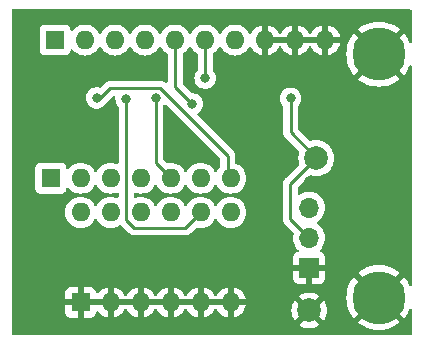
<source format=gbl>
%TF.GenerationSoftware,KiCad,Pcbnew,7.0.6-7.0.6~ubuntu22.04.1*%
%TF.CreationDate,2023-08-03T12:39:29-07:00*%
%TF.ProjectId,2r2_dac_r3,3272325f-6461-4635-9f72-332e6b696361,rev?*%
%TF.SameCoordinates,Original*%
%TF.FileFunction,Copper,L2,Bot*%
%TF.FilePolarity,Positive*%
%FSLAX46Y46*%
G04 Gerber Fmt 4.6, Leading zero omitted, Abs format (unit mm)*
G04 Created by KiCad (PCBNEW 7.0.6-7.0.6~ubuntu22.04.1) date 2023-08-03 12:39:29*
%MOMM*%
%LPD*%
G01*
G04 APERTURE LIST*
%TA.AperFunction,ComponentPad*%
%ADD10R,1.600000X1.600000*%
%TD*%
%TA.AperFunction,ComponentPad*%
%ADD11O,1.600000X1.600000*%
%TD*%
%TA.AperFunction,ComponentPad*%
%ADD12C,2.000000*%
%TD*%
%TA.AperFunction,ComponentPad*%
%ADD13C,4.500000*%
%TD*%
%TA.AperFunction,ComponentPad*%
%ADD14R,1.700000X1.700000*%
%TD*%
%TA.AperFunction,ComponentPad*%
%ADD15O,1.700000X1.700000*%
%TD*%
%TA.AperFunction,ViaPad*%
%ADD16C,0.800000*%
%TD*%
%TA.AperFunction,Conductor*%
%ADD17C,0.250000*%
%TD*%
G04 APERTURE END LIST*
D10*
%TO.P,RN2,1,common*%
%TO.N,+5V*%
X82452000Y-113016000D03*
D11*
%TO.P,RN2,2,R1*%
%TO.N,Net-(RN2-R1)*%
X84992000Y-113016000D03*
%TO.P,RN2,3,R2*%
%TO.N,Net-(RN2-R2)*%
X87532000Y-113016000D03*
%TO.P,RN2,4,R3*%
%TO.N,Net-(RN2-R3)*%
X90072000Y-113016000D03*
%TO.P,RN2,5,R4*%
%TO.N,Net-(RN2-R4)*%
X92612000Y-113016000D03*
%TO.P,RN2,6,R5*%
%TO.N,Net-(RN2-R5)*%
X95152000Y-113016000D03*
%TO.P,RN2,7,R6*%
%TO.N,Net-(RN2-R6)*%
X97692000Y-113016000D03*
%TD*%
D10*
%TO.P,SW1,1*%
%TO.N,GND*%
X84992000Y-123516000D03*
D11*
%TO.P,SW1,2*%
X87532000Y-123516000D03*
%TO.P,SW1,3*%
X90072000Y-123516000D03*
%TO.P,SW1,4*%
X92612000Y-123516000D03*
%TO.P,SW1,5*%
X95152000Y-123516000D03*
%TO.P,SW1,6*%
X97692000Y-123516000D03*
%TO.P,SW1,7*%
%TO.N,Net-(RN2-R6)*%
X97692000Y-115896000D03*
%TO.P,SW1,8*%
%TO.N,Net-(RN2-R5)*%
X95152000Y-115896000D03*
%TO.P,SW1,9*%
%TO.N,Net-(RN2-R4)*%
X92612000Y-115896000D03*
%TO.P,SW1,10*%
%TO.N,Net-(RN2-R3)*%
X90072000Y-115896000D03*
%TO.P,SW1,11*%
%TO.N,Net-(RN2-R2)*%
X87532000Y-115896000D03*
%TO.P,SW1,12*%
%TO.N,Net-(RN2-R1)*%
X84992000Y-115896000D03*
%TD*%
D10*
%TO.P,RN1,1,BIT_OUT*%
%TO.N,Net-(RN1-BIT_OUT)*%
X82812000Y-101316000D03*
D11*
%TO.P,RN1,2,MSB_1*%
%TO.N,Net-(RN1-MSB_1)*%
X85352000Y-101316000D03*
%TO.P,RN1,3,2*%
%TO.N,Net-(RN1-2)*%
X87892000Y-101316000D03*
%TO.P,RN1,4,R3*%
%TO.N,Net-(RN1-R3)*%
X90432000Y-101316000D03*
%TO.P,RN1,5,R4*%
%TO.N,Net-(RN1-R4)*%
X92972000Y-101316000D03*
%TO.P,RN1,6,R5*%
%TO.N,Net-(RN1-R5)*%
X95512000Y-101316000D03*
%TO.P,RN1,7,R6*%
%TO.N,Net-(RN1-R6)*%
X98052000Y-101316000D03*
%TO.P,RN1,8,R7*%
%TO.N,GND*%
X100592000Y-101316000D03*
%TO.P,RN1,9,R8*%
X103132000Y-101316000D03*
%TO.P,RN1,10,R10*%
X105672000Y-101316000D03*
%TD*%
D12*
%TO.P,DAC1,1,1*%
%TO.N,Net-(J1-Pin_2)*%
X104932000Y-111316000D03*
%TD*%
D13*
%TO.P,H2,1,1*%
%TO.N,GND*%
X110232000Y-102516000D03*
%TD*%
D12*
%TO.P,GND1,1,1*%
%TO.N,GND*%
X104332000Y-124216000D03*
%TD*%
D13*
%TO.P,H1,1,1*%
%TO.N,GND*%
X110232000Y-123116000D03*
%TD*%
D14*
%TO.P,J1,1,Pin_1*%
%TO.N,GND*%
X104332000Y-120596000D03*
D15*
%TO.P,J1,2,Pin_2*%
%TO.N,Net-(J1-Pin_2)*%
X104332000Y-118056000D03*
%TO.P,J1,3,Pin_3*%
%TO.N,+5V*%
X104332000Y-115516000D03*
%TD*%
D16*
%TO.N,GND*%
X97432000Y-108016000D03*
X81732000Y-109166000D03*
X93736625Y-109566000D03*
X104332000Y-113216000D03*
X94432000Y-120216000D03*
X100032000Y-114216000D03*
X81632000Y-105816000D03*
X94332000Y-103516000D03*
X82832000Y-117816000D03*
X96832000Y-105316000D03*
X99159500Y-104115500D03*
X86432000Y-120216000D03*
X85736625Y-107766000D03*
X107032000Y-105916000D03*
X104784500Y-108578500D03*
%TO.N,Net-(J1-Pin_2)*%
X102759500Y-106266000D03*
%TO.N,Net-(RN1-R4)*%
X94432000Y-106716000D03*
%TO.N,Net-(RN1-R5)*%
X95524299Y-104548299D03*
%TO.N,Net-(RN2-R4)*%
X91332000Y-106216000D03*
%TO.N,Net-(RN2-R5)*%
X88829125Y-106313125D03*
%TO.N,Net-(RN2-R6)*%
X86336625Y-106213500D03*
%TD*%
D17*
%TO.N,Net-(J1-Pin_2)*%
X102759500Y-106266000D02*
X102759500Y-109143500D01*
X102732000Y-113516000D02*
X102732000Y-116456000D01*
X102759500Y-109143500D02*
X104932000Y-111316000D01*
X102732000Y-116456000D02*
X104332000Y-118056000D01*
X104932000Y-111316000D02*
X102732000Y-113516000D01*
%TO.N,Net-(RN1-R4)*%
X92972000Y-105256000D02*
X94432000Y-106716000D01*
X92972000Y-101316000D02*
X92972000Y-105256000D01*
%TO.N,Net-(RN1-R5)*%
X95524299Y-104548299D02*
X95512000Y-104536000D01*
X95512000Y-104536000D02*
X95512000Y-101316000D01*
%TO.N,Net-(RN2-R4)*%
X91332000Y-106216000D02*
X91336625Y-106220625D01*
X91336625Y-111740625D02*
X92612000Y-113016000D01*
X91336625Y-106220625D02*
X91336625Y-111740625D01*
%TO.N,Net-(RN2-R5)*%
X95152000Y-115896000D02*
X93832000Y-117216000D01*
X89532000Y-117216000D02*
X88832000Y-116516000D01*
X93832000Y-117216000D02*
X89532000Y-117216000D01*
X88832000Y-116516000D02*
X88832000Y-106316000D01*
%TO.N,Net-(RN2-R6)*%
X97432000Y-111116000D02*
X97432000Y-112656000D01*
X97332000Y-111016000D02*
X97432000Y-111116000D01*
X97432000Y-112656000D02*
X97442000Y-112666000D01*
X87486625Y-105416000D02*
X91732000Y-105416000D01*
X91732000Y-105416000D02*
X97332000Y-111016000D01*
X86661625Y-106241000D02*
X87486625Y-105416000D01*
%TD*%
%TA.AperFunction,Conductor*%
%TO.N,GND*%
G36*
X87204359Y-123277955D02*
G01*
X87146835Y-123390852D01*
X87127014Y-123516000D01*
X87146835Y-123641148D01*
X87204359Y-123754045D01*
X87216314Y-123766000D01*
X85307686Y-123766000D01*
X85319641Y-123754045D01*
X85377165Y-123641148D01*
X85396986Y-123516000D01*
X85377165Y-123390852D01*
X85319641Y-123277955D01*
X85307686Y-123266000D01*
X87216314Y-123266000D01*
X87204359Y-123277955D01*
G37*
%TD.AperFunction*%
%TA.AperFunction,Conductor*%
G36*
X89744359Y-123277955D02*
G01*
X89686835Y-123390852D01*
X89667014Y-123516000D01*
X89686835Y-123641148D01*
X89744359Y-123754045D01*
X89756314Y-123766000D01*
X87847686Y-123766000D01*
X87859641Y-123754045D01*
X87917165Y-123641148D01*
X87936986Y-123516000D01*
X87917165Y-123390852D01*
X87859641Y-123277955D01*
X87847686Y-123266000D01*
X89756314Y-123266000D01*
X89744359Y-123277955D01*
G37*
%TD.AperFunction*%
%TA.AperFunction,Conductor*%
G36*
X92284359Y-123277955D02*
G01*
X92226835Y-123390852D01*
X92207014Y-123516000D01*
X92226835Y-123641148D01*
X92284359Y-123754045D01*
X92296314Y-123766000D01*
X90387686Y-123766000D01*
X90399641Y-123754045D01*
X90457165Y-123641148D01*
X90476986Y-123516000D01*
X90457165Y-123390852D01*
X90399641Y-123277955D01*
X90387686Y-123266000D01*
X92296314Y-123266000D01*
X92284359Y-123277955D01*
G37*
%TD.AperFunction*%
%TA.AperFunction,Conductor*%
G36*
X94824359Y-123277955D02*
G01*
X94766835Y-123390852D01*
X94747014Y-123516000D01*
X94766835Y-123641148D01*
X94824359Y-123754045D01*
X94836314Y-123766000D01*
X92927686Y-123766000D01*
X92939641Y-123754045D01*
X92997165Y-123641148D01*
X93016986Y-123516000D01*
X92997165Y-123390852D01*
X92939641Y-123277955D01*
X92927686Y-123266000D01*
X94836314Y-123266000D01*
X94824359Y-123277955D01*
G37*
%TD.AperFunction*%
%TA.AperFunction,Conductor*%
G36*
X97364359Y-123277955D02*
G01*
X97306835Y-123390852D01*
X97287014Y-123516000D01*
X97306835Y-123641148D01*
X97364359Y-123754045D01*
X97376314Y-123766000D01*
X95467686Y-123766000D01*
X95479641Y-123754045D01*
X95537165Y-123641148D01*
X95556986Y-123516000D01*
X95537165Y-123390852D01*
X95479641Y-123277955D01*
X95467686Y-123266000D01*
X97376314Y-123266000D01*
X97364359Y-123277955D01*
G37*
%TD.AperFunction*%
%TA.AperFunction,Conductor*%
G36*
X92161273Y-106761057D02*
G01*
X92211763Y-106791667D01*
X96762181Y-111342085D01*
X96795666Y-111403408D01*
X96798500Y-111429766D01*
X96798500Y-112007640D01*
X96778815Y-112074679D01*
X96762181Y-112095321D01*
X96685806Y-112171695D01*
X96554476Y-112359251D01*
X96534382Y-112402345D01*
X96488209Y-112454784D01*
X96421016Y-112473936D01*
X96354135Y-112453720D01*
X96309618Y-112402345D01*
X96289523Y-112359251D01*
X96289522Y-112359251D01*
X96158198Y-112171700D01*
X95996300Y-112009802D01*
X95808749Y-111878477D01*
X95758499Y-111855045D01*
X95601249Y-111781718D01*
X95601238Y-111781714D01*
X95380089Y-111722457D01*
X95380081Y-111722456D01*
X95152002Y-111702502D01*
X95151998Y-111702502D01*
X94923918Y-111722456D01*
X94923910Y-111722457D01*
X94702761Y-111781714D01*
X94702750Y-111781718D01*
X94495254Y-111878475D01*
X94495252Y-111878476D01*
X94495249Y-111878477D01*
X94495251Y-111878477D01*
X94307700Y-112009802D01*
X94307698Y-112009803D01*
X94307695Y-112009806D01*
X94145806Y-112171695D01*
X94014476Y-112359251D01*
X93994382Y-112402345D01*
X93948209Y-112454784D01*
X93881016Y-112473936D01*
X93814135Y-112453720D01*
X93769618Y-112402345D01*
X93749523Y-112359251D01*
X93749522Y-112359250D01*
X93618198Y-112171700D01*
X93456300Y-112009802D01*
X93268749Y-111878477D01*
X93218499Y-111855045D01*
X93061249Y-111781718D01*
X93061238Y-111781714D01*
X92840089Y-111722457D01*
X92840081Y-111722456D01*
X92612002Y-111702502D01*
X92611998Y-111702502D01*
X92383918Y-111722456D01*
X92383907Y-111722458D01*
X92319343Y-111739758D01*
X92249493Y-111738095D01*
X92199569Y-111707664D01*
X92006444Y-111514539D01*
X91972959Y-111453216D01*
X91970125Y-111426858D01*
X91970125Y-106912620D01*
X91989810Y-106845581D01*
X92001973Y-106829650D01*
X92031933Y-106796375D01*
X92091416Y-106759728D01*
X92161273Y-106761057D01*
G37*
%TD.AperFunction*%
%TA.AperFunction,Conductor*%
G36*
X102804359Y-101077955D02*
G01*
X102746835Y-101190852D01*
X102727014Y-101316000D01*
X102746835Y-101441148D01*
X102804359Y-101554045D01*
X102816314Y-101566000D01*
X100907686Y-101566000D01*
X100919641Y-101554045D01*
X100977165Y-101441148D01*
X100996986Y-101316000D01*
X100977165Y-101190852D01*
X100919641Y-101077955D01*
X100907686Y-101066000D01*
X102816314Y-101066000D01*
X102804359Y-101077955D01*
G37*
%TD.AperFunction*%
%TA.AperFunction,Conductor*%
G36*
X105344359Y-101077955D02*
G01*
X105286835Y-101190852D01*
X105267014Y-101316000D01*
X105286835Y-101441148D01*
X105344359Y-101554045D01*
X105356314Y-101566000D01*
X103447686Y-101566000D01*
X103459641Y-101554045D01*
X103517165Y-101441148D01*
X103536986Y-101316000D01*
X103517165Y-101190852D01*
X103459641Y-101077955D01*
X103447686Y-101066000D01*
X105356314Y-101066000D01*
X105344359Y-101077955D01*
G37*
%TD.AperFunction*%
%TA.AperFunction,Conductor*%
G36*
X112974539Y-98736185D02*
G01*
X113020294Y-98788989D01*
X113031500Y-98840500D01*
X113031500Y-101458012D01*
X113011815Y-101525051D01*
X112959011Y-101570806D01*
X112889853Y-101580750D01*
X112826297Y-101551725D01*
X112794425Y-101508903D01*
X112671463Y-101235694D01*
X112671454Y-101235678D01*
X112499343Y-100950969D01*
X112346136Y-100755416D01*
X111346925Y-101754626D01*
X111270110Y-101644922D01*
X111103078Y-101477890D01*
X110993372Y-101401073D01*
X111992582Y-100401862D01*
X111992582Y-100401861D01*
X111797030Y-100248656D01*
X111512321Y-100076545D01*
X111512319Y-100076543D01*
X111208943Y-99940005D01*
X111208928Y-99939999D01*
X110891329Y-99841032D01*
X110564076Y-99781060D01*
X110231999Y-99760974D01*
X109899923Y-99781060D01*
X109572670Y-99841032D01*
X109255071Y-99939999D01*
X109255056Y-99940005D01*
X108951680Y-100076543D01*
X108951678Y-100076545D01*
X108666968Y-100248657D01*
X108666960Y-100248662D01*
X108471416Y-100401861D01*
X108471416Y-100401862D01*
X109470627Y-101401073D01*
X109360922Y-101477890D01*
X109193890Y-101644922D01*
X109117073Y-101754627D01*
X108117862Y-100755416D01*
X108117861Y-100755416D01*
X107964662Y-100950960D01*
X107964657Y-100950968D01*
X107792545Y-101235678D01*
X107792543Y-101235680D01*
X107656005Y-101539056D01*
X107655999Y-101539071D01*
X107557032Y-101856670D01*
X107497060Y-102183923D01*
X107476974Y-102516000D01*
X107497060Y-102848076D01*
X107557032Y-103175329D01*
X107655999Y-103492928D01*
X107656005Y-103492943D01*
X107792543Y-103796319D01*
X107792545Y-103796321D01*
X107964656Y-104081030D01*
X108117862Y-104276582D01*
X109117073Y-103277372D01*
X109193890Y-103387078D01*
X109360922Y-103554110D01*
X109470626Y-103630925D01*
X108471416Y-104630136D01*
X108471416Y-104630137D01*
X108666969Y-104783343D01*
X108951678Y-104955454D01*
X108951680Y-104955456D01*
X109255056Y-105091994D01*
X109255071Y-105092000D01*
X109572670Y-105190967D01*
X109899923Y-105250939D01*
X110231999Y-105271025D01*
X110564076Y-105250939D01*
X110891329Y-105190967D01*
X111208928Y-105092000D01*
X111208943Y-105091994D01*
X111512319Y-104955456D01*
X111512321Y-104955454D01*
X111797031Y-104783342D01*
X111797039Y-104783336D01*
X111992582Y-104630137D01*
X111992582Y-104630136D01*
X110993373Y-103630926D01*
X111103078Y-103554110D01*
X111270110Y-103387078D01*
X111346926Y-103277372D01*
X112346136Y-104276582D01*
X112346137Y-104276582D01*
X112499336Y-104081039D01*
X112499342Y-104081031D01*
X112671454Y-103796321D01*
X112671456Y-103796319D01*
X112794424Y-103523096D01*
X112839889Y-103470041D01*
X112906819Y-103449989D01*
X112973966Y-103469305D01*
X113020010Y-103521857D01*
X113031500Y-103573987D01*
X113031500Y-122058012D01*
X113011815Y-122125051D01*
X112959011Y-122170806D01*
X112889853Y-122180750D01*
X112826297Y-122151725D01*
X112794425Y-122108903D01*
X112671463Y-121835694D01*
X112671454Y-121835678D01*
X112499343Y-121550969D01*
X112346136Y-121355416D01*
X111346925Y-122354626D01*
X111270110Y-122244922D01*
X111103078Y-122077890D01*
X110993372Y-122001073D01*
X111992582Y-121001862D01*
X111992582Y-121001861D01*
X111797030Y-120848656D01*
X111512321Y-120676545D01*
X111512319Y-120676543D01*
X111208943Y-120540005D01*
X111208928Y-120539999D01*
X110891329Y-120441032D01*
X110564076Y-120381060D01*
X110231999Y-120360974D01*
X109899923Y-120381060D01*
X109572670Y-120441032D01*
X109255071Y-120539999D01*
X109255056Y-120540005D01*
X108951680Y-120676543D01*
X108951678Y-120676545D01*
X108666968Y-120848657D01*
X108666960Y-120848662D01*
X108471416Y-121001861D01*
X108471416Y-121001862D01*
X109470627Y-122001073D01*
X109360922Y-122077890D01*
X109193890Y-122244922D01*
X109117073Y-122354627D01*
X108117862Y-121355416D01*
X108117861Y-121355416D01*
X107964662Y-121550960D01*
X107964657Y-121550968D01*
X107792545Y-121835678D01*
X107792543Y-121835680D01*
X107656005Y-122139056D01*
X107655999Y-122139071D01*
X107557032Y-122456670D01*
X107497060Y-122783923D01*
X107476974Y-123116000D01*
X107497060Y-123448076D01*
X107557032Y-123775329D01*
X107655999Y-124092928D01*
X107656005Y-124092943D01*
X107792543Y-124396319D01*
X107792545Y-124396321D01*
X107964656Y-124681030D01*
X108117862Y-124876582D01*
X109117073Y-123877372D01*
X109193890Y-123987078D01*
X109360922Y-124154110D01*
X109470626Y-124230925D01*
X108471416Y-125230136D01*
X108471416Y-125230137D01*
X108666969Y-125383343D01*
X108951678Y-125555454D01*
X108951680Y-125555456D01*
X109255056Y-125691994D01*
X109255071Y-125692000D01*
X109572670Y-125790967D01*
X109899923Y-125850939D01*
X110231999Y-125871025D01*
X110564076Y-125850939D01*
X110891329Y-125790967D01*
X111208928Y-125692000D01*
X111208943Y-125691994D01*
X111512319Y-125555456D01*
X111512321Y-125555454D01*
X111797031Y-125383342D01*
X111797039Y-125383336D01*
X111992582Y-125230137D01*
X111992582Y-125230136D01*
X110993373Y-124230926D01*
X111103078Y-124154110D01*
X111270110Y-123987078D01*
X111346926Y-123877372D01*
X112346136Y-124876582D01*
X112346137Y-124876582D01*
X112499336Y-124681039D01*
X112499342Y-124681031D01*
X112671454Y-124396321D01*
X112671456Y-124396319D01*
X112794424Y-124123096D01*
X112839889Y-124070041D01*
X112906819Y-124049989D01*
X112973966Y-124069305D01*
X113020010Y-124121857D01*
X113031500Y-124173987D01*
X113031500Y-126191500D01*
X113011815Y-126258539D01*
X112959011Y-126304294D01*
X112907500Y-126315500D01*
X79256500Y-126315500D01*
X79189461Y-126295815D01*
X79143706Y-126243011D01*
X79132500Y-126191500D01*
X79132500Y-124363844D01*
X83692000Y-124363844D01*
X83698401Y-124423372D01*
X83698403Y-124423379D01*
X83748645Y-124558086D01*
X83748649Y-124558093D01*
X83834809Y-124673187D01*
X83834812Y-124673190D01*
X83949906Y-124759350D01*
X83949913Y-124759354D01*
X84084620Y-124809596D01*
X84084627Y-124809598D01*
X84144155Y-124815999D01*
X84144172Y-124816000D01*
X84742000Y-124816000D01*
X84742000Y-123831686D01*
X84753955Y-123843641D01*
X84866852Y-123901165D01*
X84960519Y-123916000D01*
X85023481Y-123916000D01*
X85117148Y-123901165D01*
X85230045Y-123843641D01*
X85242000Y-123831685D01*
X85242000Y-124816000D01*
X85839828Y-124816000D01*
X85839844Y-124815999D01*
X85899372Y-124809598D01*
X85899379Y-124809596D01*
X86034086Y-124759354D01*
X86034093Y-124759350D01*
X86149187Y-124673190D01*
X86149190Y-124673187D01*
X86235350Y-124558093D01*
X86235354Y-124558086D01*
X86285596Y-124423379D01*
X86289505Y-124387024D01*
X86316243Y-124322473D01*
X86373635Y-124282624D01*
X86443460Y-124280129D01*
X86503549Y-124315781D01*
X86514369Y-124329153D01*
X86532340Y-124354818D01*
X86693179Y-124515657D01*
X86879517Y-124646134D01*
X87085673Y-124742265D01*
X87085682Y-124742269D01*
X87281999Y-124794872D01*
X87282000Y-124794871D01*
X87282000Y-123831686D01*
X87293955Y-123843641D01*
X87406852Y-123901165D01*
X87500519Y-123916000D01*
X87563481Y-123916000D01*
X87657148Y-123901165D01*
X87770045Y-123843641D01*
X87782000Y-123831686D01*
X87782000Y-124794872D01*
X87978317Y-124742269D01*
X87978326Y-124742265D01*
X88184482Y-124646134D01*
X88370820Y-124515657D01*
X88531657Y-124354820D01*
X88662134Y-124168481D01*
X88662135Y-124168479D01*
X88689618Y-124109543D01*
X88735790Y-124057103D01*
X88802983Y-124037951D01*
X88869864Y-124058166D01*
X88914382Y-124109543D01*
X88941864Y-124168479D01*
X88941865Y-124168481D01*
X89072342Y-124354820D01*
X89233179Y-124515657D01*
X89419517Y-124646134D01*
X89625673Y-124742265D01*
X89625682Y-124742269D01*
X89821999Y-124794872D01*
X89822000Y-124794871D01*
X89822000Y-123831686D01*
X89833955Y-123843641D01*
X89946852Y-123901165D01*
X90040519Y-123916000D01*
X90103481Y-123916000D01*
X90197148Y-123901165D01*
X90310045Y-123843641D01*
X90322000Y-123831686D01*
X90322000Y-124794872D01*
X90518317Y-124742269D01*
X90518326Y-124742265D01*
X90724482Y-124646134D01*
X90910820Y-124515657D01*
X91071657Y-124354820D01*
X91202134Y-124168481D01*
X91202135Y-124168479D01*
X91229618Y-124109543D01*
X91275790Y-124057103D01*
X91342983Y-124037951D01*
X91409864Y-124058166D01*
X91454382Y-124109543D01*
X91481864Y-124168479D01*
X91481865Y-124168481D01*
X91612342Y-124354820D01*
X91773179Y-124515657D01*
X91959517Y-124646134D01*
X92165673Y-124742265D01*
X92165682Y-124742269D01*
X92361999Y-124794872D01*
X92362000Y-124794871D01*
X92362000Y-123831686D01*
X92373955Y-123843641D01*
X92486852Y-123901165D01*
X92580519Y-123916000D01*
X92643481Y-123916000D01*
X92737148Y-123901165D01*
X92850045Y-123843641D01*
X92862000Y-123831686D01*
X92862000Y-124794872D01*
X93058317Y-124742269D01*
X93058326Y-124742265D01*
X93264482Y-124646134D01*
X93450820Y-124515657D01*
X93611657Y-124354820D01*
X93742134Y-124168481D01*
X93742135Y-124168479D01*
X93769618Y-124109543D01*
X93815790Y-124057103D01*
X93882983Y-124037951D01*
X93949864Y-124058166D01*
X93994382Y-124109543D01*
X94021864Y-124168479D01*
X94021865Y-124168481D01*
X94152342Y-124354820D01*
X94313179Y-124515657D01*
X94499517Y-124646134D01*
X94705673Y-124742265D01*
X94705682Y-124742269D01*
X94901999Y-124794872D01*
X94902000Y-124794871D01*
X94902000Y-123831686D01*
X94913955Y-123843641D01*
X95026852Y-123901165D01*
X95120519Y-123916000D01*
X95183481Y-123916000D01*
X95277148Y-123901165D01*
X95390045Y-123843641D01*
X95402000Y-123831685D01*
X95402000Y-124794872D01*
X95598317Y-124742269D01*
X95598326Y-124742265D01*
X95804482Y-124646134D01*
X95990820Y-124515657D01*
X96151657Y-124354820D01*
X96282134Y-124168481D01*
X96282135Y-124168479D01*
X96309618Y-124109543D01*
X96355790Y-124057103D01*
X96422983Y-124037951D01*
X96489864Y-124058166D01*
X96534382Y-124109543D01*
X96561864Y-124168479D01*
X96561865Y-124168481D01*
X96692342Y-124354820D01*
X96853179Y-124515657D01*
X97039517Y-124646134D01*
X97245673Y-124742265D01*
X97245682Y-124742269D01*
X97441999Y-124794872D01*
X97441999Y-124794871D01*
X97441999Y-123831685D01*
X97453955Y-123843641D01*
X97566852Y-123901165D01*
X97660519Y-123916000D01*
X97723481Y-123916000D01*
X97817148Y-123901165D01*
X97930045Y-123843641D01*
X97942000Y-123831686D01*
X97942000Y-124794872D01*
X98138317Y-124742269D01*
X98138326Y-124742265D01*
X98344482Y-124646134D01*
X98530820Y-124515657D01*
X98691657Y-124354820D01*
X98788858Y-124216005D01*
X102826858Y-124216005D01*
X102847385Y-124463729D01*
X102847387Y-124463738D01*
X102908412Y-124704717D01*
X103008266Y-124932364D01*
X103108564Y-125085882D01*
X103848923Y-124345523D01*
X103872507Y-124425844D01*
X103950239Y-124546798D01*
X104058900Y-124640952D01*
X104189685Y-124700680D01*
X104199466Y-124702086D01*
X103461942Y-125439609D01*
X103508768Y-125476055D01*
X103508770Y-125476056D01*
X103727385Y-125594364D01*
X103727396Y-125594369D01*
X103962506Y-125675083D01*
X104207707Y-125716000D01*
X104456293Y-125716000D01*
X104701493Y-125675083D01*
X104936603Y-125594369D01*
X104936614Y-125594364D01*
X105155228Y-125476057D01*
X105155231Y-125476055D01*
X105202056Y-125439609D01*
X104464533Y-124702086D01*
X104474315Y-124700680D01*
X104605100Y-124640952D01*
X104713761Y-124546798D01*
X104791493Y-124425844D01*
X104815076Y-124345524D01*
X105555434Y-125085882D01*
X105655731Y-124932369D01*
X105755587Y-124704717D01*
X105816612Y-124463738D01*
X105816614Y-124463729D01*
X105837141Y-124216005D01*
X105837141Y-124215994D01*
X105816614Y-123968270D01*
X105816612Y-123968261D01*
X105755587Y-123727282D01*
X105655731Y-123499630D01*
X105555434Y-123346116D01*
X104815076Y-124086475D01*
X104791493Y-124006156D01*
X104713761Y-123885202D01*
X104605100Y-123791048D01*
X104474315Y-123731320D01*
X104464534Y-123729913D01*
X105202057Y-122992390D01*
X105202056Y-122992389D01*
X105155229Y-122955943D01*
X104936614Y-122837635D01*
X104936603Y-122837630D01*
X104701493Y-122756916D01*
X104456293Y-122716000D01*
X104207707Y-122716000D01*
X103962506Y-122756916D01*
X103727396Y-122837630D01*
X103727390Y-122837632D01*
X103508761Y-122955949D01*
X103461942Y-122992388D01*
X103461942Y-122992390D01*
X104199466Y-123729913D01*
X104189685Y-123731320D01*
X104058900Y-123791048D01*
X103950239Y-123885202D01*
X103872507Y-124006156D01*
X103848923Y-124086475D01*
X103108564Y-123346116D01*
X103008267Y-123499632D01*
X102908412Y-123727282D01*
X102847387Y-123968261D01*
X102847385Y-123968270D01*
X102826858Y-124215994D01*
X102826858Y-124216005D01*
X98788858Y-124216005D01*
X98822134Y-124168482D01*
X98918265Y-123962326D01*
X98918269Y-123962317D01*
X98970872Y-123766000D01*
X98007686Y-123766000D01*
X98019641Y-123754045D01*
X98077165Y-123641148D01*
X98096986Y-123516000D01*
X98077165Y-123390852D01*
X98019641Y-123277955D01*
X98007686Y-123266000D01*
X98970872Y-123266000D01*
X98970872Y-123265999D01*
X98918269Y-123069682D01*
X98918265Y-123069673D01*
X98822134Y-122863517D01*
X98691657Y-122677179D01*
X98530820Y-122516342D01*
X98344482Y-122385865D01*
X98138328Y-122289734D01*
X97942000Y-122237127D01*
X97942000Y-123200314D01*
X97930045Y-123188359D01*
X97817148Y-123130835D01*
X97723481Y-123116000D01*
X97660519Y-123116000D01*
X97566852Y-123130835D01*
X97453955Y-123188359D01*
X97442000Y-123200314D01*
X97442000Y-122237127D01*
X97245671Y-122289734D01*
X97039517Y-122385865D01*
X96853179Y-122516342D01*
X96692342Y-122677179D01*
X96561865Y-122863517D01*
X96534382Y-122922457D01*
X96488210Y-122974896D01*
X96421016Y-122994048D01*
X96354135Y-122973832D01*
X96309618Y-122922457D01*
X96282134Y-122863517D01*
X96151657Y-122677179D01*
X95990820Y-122516342D01*
X95804482Y-122385865D01*
X95598328Y-122289734D01*
X95402000Y-122237127D01*
X95402000Y-123200314D01*
X95390045Y-123188359D01*
X95277148Y-123130835D01*
X95183481Y-123116000D01*
X95120519Y-123116000D01*
X95026852Y-123130835D01*
X94913955Y-123188359D01*
X94902000Y-123200313D01*
X94902000Y-122237127D01*
X94705671Y-122289734D01*
X94499517Y-122385865D01*
X94313179Y-122516342D01*
X94152342Y-122677179D01*
X94021865Y-122863517D01*
X93994382Y-122922457D01*
X93948210Y-122974896D01*
X93881016Y-122994048D01*
X93814135Y-122973832D01*
X93769618Y-122922457D01*
X93742134Y-122863517D01*
X93611657Y-122677179D01*
X93450820Y-122516342D01*
X93264482Y-122385865D01*
X93058328Y-122289734D01*
X92862000Y-122237127D01*
X92862000Y-123200314D01*
X92850045Y-123188359D01*
X92737148Y-123130835D01*
X92643481Y-123116000D01*
X92580519Y-123116000D01*
X92486852Y-123130835D01*
X92373955Y-123188359D01*
X92362000Y-123200314D01*
X92362000Y-122237127D01*
X92165671Y-122289734D01*
X91959517Y-122385865D01*
X91773179Y-122516342D01*
X91612342Y-122677179D01*
X91481865Y-122863517D01*
X91454382Y-122922457D01*
X91408210Y-122974896D01*
X91341016Y-122994048D01*
X91274135Y-122973832D01*
X91229618Y-122922457D01*
X91202134Y-122863517D01*
X91071657Y-122677179D01*
X90910820Y-122516342D01*
X90724482Y-122385865D01*
X90518328Y-122289734D01*
X90321999Y-122237127D01*
X90321999Y-123200313D01*
X90310045Y-123188359D01*
X90197148Y-123130835D01*
X90103481Y-123116000D01*
X90040519Y-123116000D01*
X89946852Y-123130835D01*
X89833955Y-123188359D01*
X89822000Y-123200314D01*
X89822000Y-122237127D01*
X89625671Y-122289734D01*
X89419517Y-122385865D01*
X89233179Y-122516342D01*
X89072342Y-122677179D01*
X88941865Y-122863517D01*
X88914382Y-122922457D01*
X88868210Y-122974896D01*
X88801016Y-122994048D01*
X88734135Y-122973832D01*
X88689618Y-122922457D01*
X88662134Y-122863517D01*
X88531657Y-122677179D01*
X88370820Y-122516342D01*
X88184482Y-122385865D01*
X87978328Y-122289734D01*
X87782000Y-122237127D01*
X87782000Y-123200314D01*
X87770045Y-123188359D01*
X87657148Y-123130835D01*
X87563481Y-123116000D01*
X87500519Y-123116000D01*
X87406852Y-123130835D01*
X87293955Y-123188359D01*
X87282000Y-123200314D01*
X87282000Y-122237127D01*
X87085671Y-122289734D01*
X86879517Y-122385865D01*
X86693179Y-122516342D01*
X86532339Y-122677182D01*
X86514368Y-122702847D01*
X86459790Y-122746471D01*
X86390291Y-122753662D01*
X86327937Y-122722138D01*
X86292525Y-122661907D01*
X86289505Y-122644975D01*
X86285596Y-122608620D01*
X86235354Y-122473913D01*
X86235350Y-122473906D01*
X86149190Y-122358812D01*
X86149187Y-122358809D01*
X86034093Y-122272649D01*
X86034086Y-122272645D01*
X85899379Y-122222403D01*
X85899372Y-122222401D01*
X85839844Y-122216000D01*
X85242000Y-122216000D01*
X85242000Y-123200314D01*
X85230045Y-123188359D01*
X85117148Y-123130835D01*
X85023481Y-123116000D01*
X84960519Y-123116000D01*
X84866852Y-123130835D01*
X84753955Y-123188359D01*
X84742000Y-123200314D01*
X84742000Y-122216000D01*
X84144155Y-122216000D01*
X84084627Y-122222401D01*
X84084620Y-122222403D01*
X83949913Y-122272645D01*
X83949906Y-122272649D01*
X83834812Y-122358809D01*
X83834809Y-122358812D01*
X83748649Y-122473906D01*
X83748645Y-122473913D01*
X83698403Y-122608620D01*
X83698401Y-122608627D01*
X83692000Y-122668155D01*
X83692000Y-123266000D01*
X84676314Y-123266000D01*
X84664359Y-123277955D01*
X84606835Y-123390852D01*
X84587014Y-123516000D01*
X84606835Y-123641148D01*
X84664359Y-123754045D01*
X84676314Y-123766000D01*
X83692000Y-123766000D01*
X83692000Y-124363844D01*
X79132500Y-124363844D01*
X79132500Y-113864654D01*
X81143500Y-113864654D01*
X81150011Y-113925202D01*
X81150011Y-113925204D01*
X81186189Y-114022198D01*
X81201111Y-114062204D01*
X81288739Y-114179261D01*
X81405796Y-114266889D01*
X81542799Y-114317989D01*
X81570050Y-114320918D01*
X81603345Y-114324499D01*
X81603362Y-114324500D01*
X83300638Y-114324500D01*
X83300654Y-114324499D01*
X83327692Y-114321591D01*
X83361201Y-114317989D01*
X83498204Y-114266889D01*
X83615261Y-114179261D01*
X83702889Y-114062204D01*
X83753989Y-113925201D01*
X83755569Y-113910500D01*
X83782304Y-113845952D01*
X83839695Y-113806102D01*
X83909521Y-113803606D01*
X83969611Y-113839257D01*
X83980428Y-113852626D01*
X83985802Y-113860300D01*
X84147700Y-114022198D01*
X84335251Y-114153523D01*
X84390445Y-114179260D01*
X84542750Y-114250281D01*
X84542752Y-114250281D01*
X84542757Y-114250284D01*
X84763913Y-114309543D01*
X84926832Y-114323796D01*
X84991998Y-114329498D01*
X84992000Y-114329498D01*
X84992002Y-114329498D01*
X85049139Y-114324499D01*
X85220087Y-114309543D01*
X85441243Y-114250284D01*
X85648749Y-114153523D01*
X85836300Y-114022198D01*
X85998198Y-113860300D01*
X86129523Y-113672749D01*
X86149617Y-113629655D01*
X86195790Y-113577215D01*
X86262983Y-113558063D01*
X86329864Y-113578278D01*
X86374382Y-113629655D01*
X86394477Y-113672749D01*
X86525802Y-113860300D01*
X86687700Y-114022198D01*
X86875251Y-114153523D01*
X86930445Y-114179260D01*
X87082750Y-114250281D01*
X87082752Y-114250281D01*
X87082757Y-114250284D01*
X87303913Y-114309543D01*
X87466832Y-114323796D01*
X87531998Y-114329498D01*
X87532000Y-114329498D01*
X87532002Y-114329498D01*
X87589139Y-114324499D01*
X87760087Y-114309543D01*
X87981243Y-114250284D01*
X88022096Y-114231233D01*
X88091172Y-114220742D01*
X88154956Y-114249261D01*
X88193196Y-114307738D01*
X88198500Y-114343616D01*
X88198500Y-114568383D01*
X88178815Y-114635422D01*
X88126011Y-114681177D01*
X88056853Y-114691121D01*
X88022097Y-114680766D01*
X87981245Y-114661717D01*
X87981238Y-114661714D01*
X87760089Y-114602457D01*
X87760081Y-114602456D01*
X87532002Y-114582502D01*
X87531998Y-114582502D01*
X87303918Y-114602456D01*
X87303910Y-114602457D01*
X87082761Y-114661714D01*
X87082750Y-114661718D01*
X86875254Y-114758475D01*
X86875252Y-114758476D01*
X86875249Y-114758477D01*
X86875251Y-114758477D01*
X86687700Y-114889802D01*
X86687698Y-114889803D01*
X86687695Y-114889806D01*
X86525806Y-115051695D01*
X86394476Y-115239251D01*
X86374382Y-115282345D01*
X86328209Y-115334784D01*
X86261016Y-115353936D01*
X86194135Y-115333720D01*
X86149618Y-115282345D01*
X86129523Y-115239251D01*
X85998198Y-115051700D01*
X85836300Y-114889802D01*
X85648749Y-114758477D01*
X85598499Y-114735045D01*
X85441249Y-114661718D01*
X85441238Y-114661714D01*
X85220089Y-114602457D01*
X85220081Y-114602456D01*
X84992002Y-114582502D01*
X84991998Y-114582502D01*
X84763918Y-114602456D01*
X84763910Y-114602457D01*
X84542761Y-114661714D01*
X84542750Y-114661718D01*
X84335254Y-114758475D01*
X84335252Y-114758476D01*
X84335249Y-114758477D01*
X84335251Y-114758477D01*
X84147700Y-114889802D01*
X84147698Y-114889803D01*
X84147695Y-114889806D01*
X83985806Y-115051695D01*
X83854476Y-115239252D01*
X83854475Y-115239254D01*
X83757718Y-115446750D01*
X83757714Y-115446761D01*
X83698457Y-115667910D01*
X83698456Y-115667918D01*
X83678502Y-115895998D01*
X83678502Y-115896001D01*
X83698456Y-116124081D01*
X83698457Y-116124089D01*
X83757714Y-116345238D01*
X83757718Y-116345249D01*
X83832565Y-116505759D01*
X83854477Y-116552749D01*
X83985802Y-116740300D01*
X84147700Y-116902198D01*
X84335251Y-117033523D01*
X84377228Y-117053097D01*
X84542750Y-117130281D01*
X84542752Y-117130281D01*
X84542757Y-117130284D01*
X84763913Y-117189543D01*
X84926832Y-117203796D01*
X84991998Y-117209498D01*
X84992000Y-117209498D01*
X84992002Y-117209498D01*
X85051013Y-117204335D01*
X85220087Y-117189543D01*
X85441243Y-117130284D01*
X85648749Y-117033523D01*
X85836300Y-116902198D01*
X85998198Y-116740300D01*
X86129523Y-116552749D01*
X86149617Y-116509655D01*
X86195790Y-116457215D01*
X86262983Y-116438063D01*
X86329864Y-116458278D01*
X86374382Y-116509655D01*
X86394477Y-116552749D01*
X86525802Y-116740300D01*
X86687700Y-116902198D01*
X86875251Y-117033523D01*
X86917228Y-117053097D01*
X87082750Y-117130281D01*
X87082752Y-117130281D01*
X87082757Y-117130284D01*
X87303913Y-117189543D01*
X87466832Y-117203796D01*
X87531998Y-117209498D01*
X87532000Y-117209498D01*
X87532002Y-117209498D01*
X87591013Y-117204335D01*
X87760087Y-117189543D01*
X87981243Y-117130284D01*
X88188749Y-117033523D01*
X88259303Y-116984119D01*
X88325507Y-116961791D01*
X88393275Y-116978800D01*
X88418108Y-116998012D01*
X89024910Y-117604814D01*
X89034816Y-117617178D01*
X89035026Y-117617005D01*
X89040001Y-117623019D01*
X89091094Y-117670999D01*
X89112225Y-117692129D01*
X89112230Y-117692134D01*
X89117802Y-117696456D01*
X89122242Y-117700249D01*
X89156678Y-117732586D01*
X89174567Y-117742420D01*
X89190833Y-117753104D01*
X89206959Y-117765613D01*
X89250298Y-117784367D01*
X89255545Y-117786937D01*
X89296940Y-117809695D01*
X89316718Y-117814773D01*
X89335121Y-117821074D01*
X89353852Y-117829180D01*
X89353853Y-117829180D01*
X89353855Y-117829181D01*
X89381250Y-117833519D01*
X89400497Y-117836568D01*
X89406213Y-117837751D01*
X89451970Y-117849500D01*
X89472390Y-117849500D01*
X89491789Y-117851027D01*
X89511941Y-117854218D01*
X89511942Y-117854219D01*
X89511942Y-117854218D01*
X89511943Y-117854219D01*
X89558958Y-117849775D01*
X89564796Y-117849500D01*
X93748366Y-117849500D01*
X93764113Y-117851238D01*
X93764139Y-117850968D01*
X93771905Y-117851701D01*
X93771909Y-117851702D01*
X93841958Y-117849500D01*
X93871856Y-117849500D01*
X93871857Y-117849500D01*
X93873222Y-117849327D01*
X93878862Y-117848614D01*
X93884685Y-117848156D01*
X93910708Y-117847338D01*
X93931890Y-117846673D01*
X93941681Y-117843827D01*
X93951481Y-117840980D01*
X93970538Y-117837032D01*
X93990797Y-117834474D01*
X94034721Y-117817082D01*
X94040221Y-117815199D01*
X94085593Y-117802018D01*
X94103165Y-117791625D01*
X94120632Y-117783068D01*
X94139617Y-117775552D01*
X94177826Y-117747790D01*
X94182704Y-117744585D01*
X94223362Y-117720542D01*
X94237802Y-117706100D01*
X94252592Y-117693470D01*
X94269107Y-117681472D01*
X94299222Y-117645067D01*
X94303126Y-117640776D01*
X94739569Y-117204333D01*
X94800891Y-117170850D01*
X94859341Y-117172240D01*
X94923913Y-117189543D01*
X95086832Y-117203796D01*
X95151998Y-117209498D01*
X95152000Y-117209498D01*
X95152002Y-117209498D01*
X95211013Y-117204335D01*
X95380087Y-117189543D01*
X95601243Y-117130284D01*
X95808749Y-117033523D01*
X95996300Y-116902198D01*
X96158198Y-116740300D01*
X96289523Y-116552749D01*
X96309617Y-116509655D01*
X96355790Y-116457215D01*
X96422983Y-116438063D01*
X96489864Y-116458278D01*
X96534382Y-116509655D01*
X96554477Y-116552749D01*
X96685802Y-116740300D01*
X96847700Y-116902198D01*
X97035251Y-117033523D01*
X97077228Y-117053097D01*
X97242750Y-117130281D01*
X97242752Y-117130281D01*
X97242757Y-117130284D01*
X97463913Y-117189543D01*
X97626832Y-117203796D01*
X97691998Y-117209498D01*
X97692000Y-117209498D01*
X97692002Y-117209498D01*
X97751013Y-117204335D01*
X97920087Y-117189543D01*
X98141243Y-117130284D01*
X98348749Y-117033523D01*
X98536300Y-116902198D01*
X98698198Y-116740300D01*
X98829523Y-116552749D01*
X98926284Y-116345243D01*
X98985543Y-116124087D01*
X99005498Y-115896000D01*
X98985543Y-115667913D01*
X98926284Y-115446757D01*
X98829523Y-115239251D01*
X98698198Y-115051700D01*
X98536300Y-114889802D01*
X98348749Y-114758477D01*
X98298499Y-114735045D01*
X98141249Y-114661718D01*
X98141238Y-114661714D01*
X97920089Y-114602457D01*
X97920081Y-114602456D01*
X97692002Y-114582502D01*
X97691998Y-114582502D01*
X97463918Y-114602456D01*
X97463910Y-114602457D01*
X97242761Y-114661714D01*
X97242750Y-114661718D01*
X97035254Y-114758475D01*
X97035252Y-114758476D01*
X97035249Y-114758477D01*
X97035251Y-114758477D01*
X96847700Y-114889802D01*
X96847698Y-114889803D01*
X96847695Y-114889806D01*
X96685806Y-115051695D01*
X96554476Y-115239251D01*
X96534382Y-115282345D01*
X96488209Y-115334784D01*
X96421016Y-115353936D01*
X96354135Y-115333720D01*
X96309618Y-115282345D01*
X96289523Y-115239251D01*
X96289522Y-115239250D01*
X96158198Y-115051700D01*
X95996300Y-114889802D01*
X95808749Y-114758477D01*
X95758499Y-114735045D01*
X95601249Y-114661718D01*
X95601238Y-114661714D01*
X95380089Y-114602457D01*
X95380081Y-114602456D01*
X95152002Y-114582502D01*
X95151998Y-114582502D01*
X94923918Y-114602456D01*
X94923910Y-114602457D01*
X94702761Y-114661714D01*
X94702750Y-114661718D01*
X94495254Y-114758475D01*
X94495252Y-114758476D01*
X94495249Y-114758477D01*
X94495251Y-114758477D01*
X94307700Y-114889802D01*
X94307698Y-114889803D01*
X94307695Y-114889806D01*
X94145806Y-115051695D01*
X94014476Y-115239251D01*
X93994382Y-115282345D01*
X93948209Y-115334784D01*
X93881016Y-115353936D01*
X93814135Y-115333720D01*
X93769618Y-115282345D01*
X93749523Y-115239251D01*
X93749522Y-115239250D01*
X93618198Y-115051700D01*
X93456300Y-114889802D01*
X93268749Y-114758477D01*
X93218499Y-114735045D01*
X93061249Y-114661718D01*
X93061238Y-114661714D01*
X92840089Y-114602457D01*
X92840081Y-114602456D01*
X92612002Y-114582502D01*
X92611998Y-114582502D01*
X92383918Y-114602456D01*
X92383910Y-114602457D01*
X92162761Y-114661714D01*
X92162750Y-114661718D01*
X91955254Y-114758475D01*
X91955252Y-114758476D01*
X91955249Y-114758477D01*
X91955251Y-114758477D01*
X91767700Y-114889802D01*
X91767698Y-114889803D01*
X91767695Y-114889806D01*
X91605806Y-115051695D01*
X91474476Y-115239251D01*
X91454382Y-115282345D01*
X91408209Y-115334784D01*
X91341016Y-115353936D01*
X91274135Y-115333720D01*
X91229618Y-115282345D01*
X91209523Y-115239251D01*
X91209523Y-115239250D01*
X91078198Y-115051700D01*
X90916300Y-114889802D01*
X90728749Y-114758477D01*
X90678499Y-114735045D01*
X90521249Y-114661718D01*
X90521238Y-114661714D01*
X90300089Y-114602457D01*
X90300081Y-114602456D01*
X90072002Y-114582502D01*
X90071998Y-114582502D01*
X89843918Y-114602456D01*
X89843907Y-114602458D01*
X89621593Y-114662027D01*
X89551743Y-114660364D01*
X89493881Y-114621201D01*
X89466377Y-114556973D01*
X89465500Y-114542252D01*
X89465500Y-114369747D01*
X89485185Y-114302708D01*
X89537989Y-114256953D01*
X89607147Y-114247009D01*
X89621594Y-114249972D01*
X89622755Y-114250283D01*
X89622757Y-114250284D01*
X89843913Y-114309543D01*
X90006832Y-114323796D01*
X90071998Y-114329498D01*
X90072000Y-114329498D01*
X90072002Y-114329498D01*
X90129139Y-114324499D01*
X90300087Y-114309543D01*
X90521243Y-114250284D01*
X90728749Y-114153523D01*
X90916300Y-114022198D01*
X91078198Y-113860300D01*
X91209523Y-113672749D01*
X91229617Y-113629655D01*
X91275790Y-113577215D01*
X91342983Y-113558063D01*
X91409864Y-113578278D01*
X91454382Y-113629655D01*
X91474477Y-113672749D01*
X91605802Y-113860300D01*
X91767700Y-114022198D01*
X91955251Y-114153523D01*
X92010445Y-114179260D01*
X92162750Y-114250281D01*
X92162752Y-114250281D01*
X92162757Y-114250284D01*
X92383913Y-114309543D01*
X92546832Y-114323796D01*
X92611998Y-114329498D01*
X92612000Y-114329498D01*
X92612002Y-114329498D01*
X92669139Y-114324499D01*
X92840087Y-114309543D01*
X93061243Y-114250284D01*
X93268749Y-114153523D01*
X93456300Y-114022198D01*
X93618198Y-113860300D01*
X93749523Y-113672749D01*
X93769617Y-113629655D01*
X93815790Y-113577215D01*
X93882983Y-113558063D01*
X93949864Y-113578278D01*
X93994382Y-113629655D01*
X94014477Y-113672749D01*
X94145802Y-113860300D01*
X94307700Y-114022198D01*
X94495251Y-114153523D01*
X94550445Y-114179260D01*
X94702750Y-114250281D01*
X94702752Y-114250281D01*
X94702757Y-114250284D01*
X94923913Y-114309543D01*
X95086832Y-114323796D01*
X95151998Y-114329498D01*
X95152000Y-114329498D01*
X95152002Y-114329498D01*
X95209139Y-114324499D01*
X95380087Y-114309543D01*
X95601243Y-114250284D01*
X95808749Y-114153523D01*
X95996300Y-114022198D01*
X96158198Y-113860300D01*
X96289523Y-113672749D01*
X96309617Y-113629655D01*
X96355790Y-113577215D01*
X96422983Y-113558063D01*
X96489864Y-113578278D01*
X96534382Y-113629655D01*
X96554477Y-113672749D01*
X96685802Y-113860300D01*
X96847700Y-114022198D01*
X97035251Y-114153523D01*
X97090445Y-114179260D01*
X97242750Y-114250281D01*
X97242752Y-114250281D01*
X97242757Y-114250284D01*
X97463913Y-114309543D01*
X97626832Y-114323796D01*
X97691998Y-114329498D01*
X97692000Y-114329498D01*
X97692002Y-114329498D01*
X97749139Y-114324499D01*
X97920087Y-114309543D01*
X98141243Y-114250284D01*
X98348749Y-114153523D01*
X98536300Y-114022198D01*
X98698198Y-113860300D01*
X98829523Y-113672749D01*
X98926284Y-113465243D01*
X98985543Y-113244087D01*
X99005233Y-113019027D01*
X99005498Y-113016001D01*
X99005498Y-113015998D01*
X98985543Y-112787918D01*
X98985543Y-112787913D01*
X98926284Y-112566757D01*
X98829523Y-112359251D01*
X98698198Y-112171700D01*
X98536300Y-112009802D01*
X98348749Y-111878477D01*
X98348750Y-111878477D01*
X98348748Y-111878476D01*
X98137095Y-111779781D01*
X98084656Y-111733609D01*
X98065500Y-111667399D01*
X98065500Y-111199626D01*
X98067238Y-111183881D01*
X98066967Y-111183856D01*
X98067701Y-111176093D01*
X98065500Y-111106059D01*
X98065500Y-111076150D01*
X98065500Y-111076144D01*
X98064615Y-111069140D01*
X98064156Y-111063311D01*
X98062673Y-111016109D01*
X98056979Y-110996514D01*
X98053032Y-110977457D01*
X98050474Y-110957203D01*
X98033084Y-110913284D01*
X98031193Y-110907757D01*
X98018018Y-110862408D01*
X98018018Y-110862407D01*
X98007624Y-110844832D01*
X97999064Y-110827356D01*
X97991554Y-110808388D01*
X97991554Y-110808387D01*
X97991553Y-110808385D01*
X97991552Y-110808383D01*
X97963789Y-110770171D01*
X97960587Y-110765297D01*
X97936542Y-110724637D01*
X97922106Y-110710201D01*
X97909469Y-110695406D01*
X97897471Y-110678892D01*
X97861084Y-110648790D01*
X97856762Y-110644857D01*
X97750514Y-110538609D01*
X97750495Y-110538591D01*
X94893107Y-107681203D01*
X94859622Y-107619880D01*
X94864606Y-107550188D01*
X94906478Y-107494255D01*
X94907845Y-107493245D01*
X95043253Y-107394866D01*
X95171040Y-107252944D01*
X95266527Y-107087556D01*
X95325542Y-106905928D01*
X95345504Y-106716000D01*
X95325542Y-106526072D01*
X95266527Y-106344444D01*
X95221237Y-106266000D01*
X101845996Y-106266000D01*
X101865958Y-106455928D01*
X101865959Y-106455931D01*
X101924970Y-106637549D01*
X101924973Y-106637556D01*
X102020460Y-106802944D01*
X102094149Y-106884784D01*
X102124380Y-106947775D01*
X102126000Y-106967756D01*
X102126000Y-109059866D01*
X102124261Y-109075613D01*
X102124532Y-109075639D01*
X102123798Y-109083405D01*
X102126000Y-109153457D01*
X102126000Y-109183359D01*
X102126884Y-109190356D01*
X102127342Y-109196179D01*
X102128826Y-109243389D01*
X102128827Y-109243391D01*
X102134522Y-109262995D01*
X102138467Y-109282042D01*
X102141026Y-109302297D01*
X102141027Y-109302300D01*
X102141028Y-109302303D01*
X102158414Y-109346216D01*
X102160306Y-109351744D01*
X102173481Y-109397092D01*
X102183872Y-109414662D01*
X102192432Y-109432135D01*
X102199947Y-109451117D01*
X102227709Y-109489327D01*
X102230916Y-109494210D01*
X102254958Y-109534862D01*
X102254962Y-109534866D01*
X102269389Y-109549293D01*
X102282026Y-109564088D01*
X102294028Y-109580607D01*
X102330431Y-109610722D01*
X102334731Y-109614635D01*
X103258668Y-110538573D01*
X103458428Y-110738333D01*
X103491913Y-110799656D01*
X103491321Y-110854961D01*
X103437465Y-111079285D01*
X103418835Y-111316000D01*
X103437465Y-111552713D01*
X103491321Y-111777038D01*
X103487830Y-111846820D01*
X103458428Y-111893666D01*
X102343179Y-113008914D01*
X102330820Y-113018818D01*
X102330993Y-113019027D01*
X102324982Y-113023999D01*
X102277015Y-113075079D01*
X102255871Y-113096222D01*
X102255863Y-113096231D01*
X102251531Y-113101814D01*
X102247746Y-113106245D01*
X102215416Y-113140675D01*
X102215412Y-113140681D01*
X102205579Y-113158567D01*
X102194903Y-113174820D01*
X102182386Y-113190957D01*
X102182385Y-113190959D01*
X102163625Y-113234310D01*
X102161055Y-113239556D01*
X102138303Y-113280941D01*
X102138303Y-113280942D01*
X102133225Y-113300720D01*
X102126925Y-113319122D01*
X102118818Y-113337857D01*
X102111431Y-113384495D01*
X102110246Y-113390216D01*
X102098500Y-113435965D01*
X102098500Y-113456384D01*
X102096973Y-113475783D01*
X102093780Y-113495941D01*
X102093780Y-113495942D01*
X102098225Y-113542966D01*
X102098500Y-113548804D01*
X102098500Y-116372366D01*
X102096761Y-116388113D01*
X102097032Y-116388139D01*
X102096298Y-116395905D01*
X102098500Y-116465957D01*
X102098500Y-116495859D01*
X102099384Y-116502856D01*
X102099842Y-116508679D01*
X102101326Y-116555889D01*
X102101327Y-116555891D01*
X102107022Y-116575495D01*
X102110967Y-116594542D01*
X102113526Y-116614797D01*
X102113527Y-116614800D01*
X102113528Y-116614803D01*
X102130914Y-116658716D01*
X102132806Y-116664244D01*
X102145981Y-116709592D01*
X102156372Y-116727162D01*
X102164932Y-116744635D01*
X102172447Y-116763617D01*
X102200209Y-116801827D01*
X102203416Y-116806710D01*
X102227458Y-116847362D01*
X102227462Y-116847366D01*
X102241889Y-116861793D01*
X102254526Y-116876588D01*
X102266528Y-116893107D01*
X102302931Y-116923222D01*
X102307231Y-116927135D01*
X102787303Y-117407207D01*
X102982936Y-117602840D01*
X103016421Y-117664163D01*
X103015461Y-117720960D01*
X102987435Y-117831633D01*
X102968844Y-118055994D01*
X102968844Y-118056005D01*
X102987434Y-118280359D01*
X102987436Y-118280371D01*
X103042703Y-118498614D01*
X103133140Y-118704792D01*
X103256276Y-118893265D01*
X103256278Y-118893268D01*
X103407707Y-119057762D01*
X103438629Y-119120415D01*
X103430769Y-119189841D01*
X103386622Y-119243997D01*
X103359811Y-119257926D01*
X103239912Y-119302646D01*
X103239906Y-119302649D01*
X103124812Y-119388809D01*
X103124809Y-119388812D01*
X103038649Y-119503906D01*
X103038645Y-119503913D01*
X102988403Y-119638620D01*
X102988401Y-119638627D01*
X102982000Y-119698155D01*
X102982000Y-120346000D01*
X103898314Y-120346000D01*
X103872507Y-120386156D01*
X103832000Y-120524111D01*
X103832000Y-120667889D01*
X103872507Y-120805844D01*
X103898314Y-120846000D01*
X102982000Y-120846000D01*
X102982000Y-121493844D01*
X102988401Y-121553372D01*
X102988403Y-121553379D01*
X103038645Y-121688086D01*
X103038649Y-121688093D01*
X103124809Y-121803187D01*
X103124812Y-121803190D01*
X103239906Y-121889350D01*
X103239913Y-121889354D01*
X103374620Y-121939596D01*
X103374627Y-121939598D01*
X103434155Y-121945999D01*
X103434172Y-121946000D01*
X104082000Y-121946000D01*
X104082000Y-121031501D01*
X104189685Y-121080680D01*
X104296237Y-121096000D01*
X104367763Y-121096000D01*
X104474315Y-121080680D01*
X104582000Y-121031501D01*
X104582000Y-121946000D01*
X105229828Y-121946000D01*
X105229844Y-121945999D01*
X105289372Y-121939598D01*
X105289379Y-121939596D01*
X105424086Y-121889354D01*
X105424093Y-121889350D01*
X105539187Y-121803190D01*
X105539190Y-121803187D01*
X105625350Y-121688093D01*
X105625354Y-121688086D01*
X105675596Y-121553379D01*
X105675598Y-121553372D01*
X105681999Y-121493844D01*
X105682000Y-121493827D01*
X105682000Y-120846000D01*
X104765686Y-120846000D01*
X104791493Y-120805844D01*
X104832000Y-120667889D01*
X104832000Y-120524111D01*
X104791493Y-120386156D01*
X104765686Y-120346000D01*
X105682000Y-120346000D01*
X105682000Y-119698172D01*
X105681999Y-119698155D01*
X105675598Y-119638627D01*
X105675596Y-119638620D01*
X105625354Y-119503913D01*
X105625350Y-119503906D01*
X105539190Y-119388812D01*
X105539187Y-119388809D01*
X105424093Y-119302649D01*
X105424088Y-119302646D01*
X105304188Y-119257926D01*
X105248255Y-119216054D01*
X105223838Y-119150590D01*
X105238690Y-119082317D01*
X105256286Y-119057769D01*
X105407722Y-118893268D01*
X105530860Y-118704791D01*
X105621296Y-118498616D01*
X105676564Y-118280368D01*
X105695156Y-118056000D01*
X105678166Y-117850968D01*
X105676565Y-117831640D01*
X105676563Y-117831628D01*
X105656678Y-117753104D01*
X105621296Y-117613384D01*
X105530860Y-117407209D01*
X105407722Y-117218732D01*
X105407719Y-117218729D01*
X105407715Y-117218723D01*
X105255243Y-117053097D01*
X105255238Y-117053092D01*
X105126778Y-116953107D01*
X105077576Y-116914811D01*
X105077575Y-116914810D01*
X105077572Y-116914808D01*
X105041068Y-116895053D01*
X104991478Y-116845833D01*
X104976371Y-116777616D01*
X105000542Y-116712061D01*
X105041069Y-116676945D01*
X105077576Y-116657189D01*
X105255240Y-116518906D01*
X105368468Y-116395909D01*
X105407715Y-116353276D01*
X105407716Y-116353274D01*
X105407722Y-116353268D01*
X105530860Y-116164791D01*
X105621296Y-115958616D01*
X105676564Y-115740368D01*
X105676565Y-115740359D01*
X105695156Y-115516005D01*
X105695156Y-115515994D01*
X105676565Y-115291640D01*
X105676563Y-115291628D01*
X105621296Y-115073385D01*
X105611784Y-115051700D01*
X105530860Y-114867209D01*
X105407722Y-114678732D01*
X105407719Y-114678729D01*
X105407715Y-114678723D01*
X105255243Y-114513097D01*
X105255238Y-114513092D01*
X105077577Y-114374812D01*
X105077572Y-114374808D01*
X104879580Y-114267661D01*
X104879577Y-114267659D01*
X104879574Y-114267658D01*
X104879571Y-114267657D01*
X104879569Y-114267656D01*
X104666637Y-114194556D01*
X104444569Y-114157500D01*
X104219431Y-114157500D01*
X103997362Y-114194556D01*
X103784430Y-114267656D01*
X103784419Y-114267661D01*
X103586427Y-114374808D01*
X103586422Y-114374812D01*
X103565663Y-114390970D01*
X103500669Y-114416613D01*
X103432129Y-114403047D01*
X103381804Y-114354579D01*
X103365500Y-114293117D01*
X103365500Y-113829766D01*
X103385185Y-113762727D01*
X103401819Y-113742085D01*
X103862964Y-113280940D01*
X104354334Y-112789569D01*
X104415655Y-112756086D01*
X104470957Y-112756677D01*
X104695289Y-112810535D01*
X104932000Y-112829165D01*
X105168711Y-112810535D01*
X105399594Y-112755105D01*
X105399596Y-112755104D01*
X105399597Y-112755104D01*
X105618959Y-112664242D01*
X105618960Y-112664241D01*
X105618963Y-112664240D01*
X105821416Y-112540176D01*
X106001969Y-112385969D01*
X106156176Y-112205416D01*
X106280240Y-112002963D01*
X106331804Y-111878477D01*
X106371104Y-111783597D01*
X106371104Y-111783596D01*
X106371105Y-111783594D01*
X106426535Y-111552711D01*
X106445165Y-111316000D01*
X106426535Y-111079289D01*
X106371105Y-110848406D01*
X106371104Y-110848403D01*
X106371104Y-110848402D01*
X106280242Y-110629040D01*
X106280240Y-110629037D01*
X106156179Y-110426589D01*
X106156178Y-110426586D01*
X106121340Y-110385797D01*
X106001969Y-110246031D01*
X105882596Y-110144076D01*
X105821413Y-110091821D01*
X105821410Y-110091820D01*
X105618962Y-109967759D01*
X105618959Y-109967757D01*
X105399596Y-109876895D01*
X105168714Y-109821465D01*
X104932000Y-109802835D01*
X104695285Y-109821465D01*
X104470960Y-109875321D01*
X104401177Y-109871830D01*
X104354332Y-109842428D01*
X103429319Y-108917414D01*
X103395834Y-108856091D01*
X103393000Y-108829733D01*
X103393000Y-106967756D01*
X103412685Y-106900717D01*
X103424846Y-106884788D01*
X103498540Y-106802944D01*
X103594027Y-106637556D01*
X103653042Y-106455928D01*
X103673004Y-106266000D01*
X103653042Y-106076072D01*
X103594027Y-105894444D01*
X103498540Y-105729056D01*
X103370753Y-105587134D01*
X103216252Y-105474882D01*
X103041788Y-105397206D01*
X103041786Y-105397205D01*
X102854987Y-105357500D01*
X102664013Y-105357500D01*
X102477214Y-105397205D01*
X102302746Y-105474883D01*
X102148245Y-105587135D01*
X102020459Y-105729057D01*
X101924973Y-105894443D01*
X101924970Y-105894450D01*
X101865959Y-106076068D01*
X101865958Y-106076072D01*
X101845996Y-106266000D01*
X95221237Y-106266000D01*
X95171040Y-106179056D01*
X95043253Y-106037134D01*
X94888752Y-105924882D01*
X94714288Y-105847206D01*
X94714286Y-105847205D01*
X94527487Y-105807500D01*
X94470766Y-105807500D01*
X94403727Y-105787815D01*
X94383085Y-105771181D01*
X93641819Y-105029914D01*
X93608334Y-104968591D01*
X93605500Y-104942233D01*
X93605500Y-102534352D01*
X93625185Y-102467313D01*
X93658373Y-102432779D01*
X93816300Y-102322198D01*
X93978198Y-102160300D01*
X94109523Y-101972749D01*
X94129617Y-101929655D01*
X94175790Y-101877215D01*
X94242983Y-101858063D01*
X94309864Y-101878278D01*
X94354382Y-101929655D01*
X94374477Y-101972749D01*
X94505802Y-102160300D01*
X94667700Y-102322198D01*
X94825625Y-102432779D01*
X94869249Y-102487354D01*
X94878500Y-102534352D01*
X94878500Y-103860201D01*
X94858815Y-103927240D01*
X94846650Y-103943173D01*
X94785258Y-104011356D01*
X94689772Y-104176742D01*
X94689769Y-104176749D01*
X94630758Y-104358367D01*
X94630757Y-104358371D01*
X94610795Y-104548299D01*
X94630757Y-104738227D01*
X94630758Y-104738230D01*
X94689769Y-104919848D01*
X94689772Y-104919855D01*
X94785259Y-105085243D01*
X94913046Y-105227165D01*
X95067547Y-105339417D01*
X95242011Y-105417093D01*
X95428812Y-105456799D01*
X95619786Y-105456799D01*
X95806587Y-105417093D01*
X95981051Y-105339417D01*
X96135552Y-105227165D01*
X96263339Y-105085243D01*
X96358826Y-104919855D01*
X96417841Y-104738227D01*
X96437803Y-104548299D01*
X96417841Y-104358371D01*
X96358826Y-104176743D01*
X96263339Y-104011355D01*
X96177350Y-103915854D01*
X96147120Y-103852862D01*
X96145500Y-103832882D01*
X96145500Y-102534352D01*
X96165185Y-102467313D01*
X96198373Y-102432779D01*
X96356300Y-102322198D01*
X96518198Y-102160300D01*
X96649523Y-101972749D01*
X96669617Y-101929655D01*
X96715790Y-101877215D01*
X96782983Y-101858063D01*
X96849864Y-101878278D01*
X96894382Y-101929655D01*
X96914477Y-101972749D01*
X97045802Y-102160300D01*
X97207700Y-102322198D01*
X97395251Y-102453523D01*
X97520091Y-102511736D01*
X97602750Y-102550281D01*
X97602752Y-102550281D01*
X97602757Y-102550284D01*
X97823913Y-102609543D01*
X97986832Y-102623796D01*
X98051998Y-102629498D01*
X98052000Y-102629498D01*
X98052002Y-102629498D01*
X98109139Y-102624499D01*
X98280087Y-102609543D01*
X98501243Y-102550284D01*
X98708749Y-102453523D01*
X98896300Y-102322198D01*
X99058198Y-102160300D01*
X99189523Y-101972749D01*
X99214307Y-101919598D01*
X99260479Y-101867159D01*
X99327672Y-101848007D01*
X99394553Y-101868222D01*
X99439071Y-101919599D01*
X99461864Y-101968479D01*
X99461865Y-101968481D01*
X99592342Y-102154820D01*
X99753179Y-102315657D01*
X99939517Y-102446134D01*
X100145673Y-102542265D01*
X100145682Y-102542269D01*
X100341999Y-102594872D01*
X100342000Y-102594871D01*
X100342000Y-101631686D01*
X100353955Y-101643641D01*
X100466852Y-101701165D01*
X100560519Y-101716000D01*
X100623481Y-101716000D01*
X100717148Y-101701165D01*
X100830045Y-101643641D01*
X100842000Y-101631686D01*
X100842000Y-102594872D01*
X101038317Y-102542269D01*
X101038326Y-102542265D01*
X101244482Y-102446134D01*
X101430820Y-102315657D01*
X101591657Y-102154820D01*
X101722134Y-101968481D01*
X101722135Y-101968479D01*
X101749618Y-101909543D01*
X101795790Y-101857103D01*
X101862983Y-101837951D01*
X101929864Y-101858166D01*
X101974382Y-101909543D01*
X102001864Y-101968479D01*
X102001865Y-101968481D01*
X102132342Y-102154820D01*
X102293179Y-102315657D01*
X102479517Y-102446134D01*
X102685673Y-102542265D01*
X102685682Y-102542269D01*
X102881999Y-102594872D01*
X102881999Y-102594871D01*
X102881999Y-101631685D01*
X102893955Y-101643641D01*
X103006852Y-101701165D01*
X103100519Y-101716000D01*
X103163481Y-101716000D01*
X103257148Y-101701165D01*
X103370045Y-101643641D01*
X103382000Y-101631686D01*
X103382000Y-102594872D01*
X103578317Y-102542269D01*
X103578326Y-102542265D01*
X103784482Y-102446134D01*
X103970820Y-102315657D01*
X104131657Y-102154820D01*
X104262134Y-101968481D01*
X104262135Y-101968479D01*
X104289618Y-101909543D01*
X104335790Y-101857103D01*
X104402983Y-101837951D01*
X104469864Y-101858166D01*
X104514382Y-101909543D01*
X104541864Y-101968479D01*
X104541865Y-101968481D01*
X104672342Y-102154820D01*
X104833179Y-102315657D01*
X105019517Y-102446134D01*
X105225673Y-102542265D01*
X105225682Y-102542269D01*
X105421999Y-102594872D01*
X105422000Y-102594871D01*
X105422000Y-101631686D01*
X105433955Y-101643641D01*
X105546852Y-101701165D01*
X105640519Y-101716000D01*
X105703481Y-101716000D01*
X105797148Y-101701165D01*
X105910045Y-101643641D01*
X105921999Y-101631686D01*
X105921999Y-102594871D01*
X105922000Y-102594872D01*
X106118317Y-102542269D01*
X106118326Y-102542265D01*
X106324482Y-102446134D01*
X106510820Y-102315657D01*
X106671657Y-102154820D01*
X106802134Y-101968482D01*
X106898265Y-101762326D01*
X106898269Y-101762317D01*
X106950872Y-101566000D01*
X105987686Y-101566000D01*
X105999641Y-101554045D01*
X106057165Y-101441148D01*
X106076986Y-101316000D01*
X106057165Y-101190852D01*
X105999641Y-101077955D01*
X105987686Y-101066000D01*
X106950872Y-101066000D01*
X106950872Y-101065999D01*
X106898269Y-100869682D01*
X106898265Y-100869673D01*
X106802134Y-100663517D01*
X106671657Y-100477179D01*
X106510820Y-100316342D01*
X106324482Y-100185865D01*
X106118328Y-100089734D01*
X105922000Y-100037127D01*
X105922000Y-101000313D01*
X105910045Y-100988359D01*
X105797148Y-100930835D01*
X105703481Y-100916000D01*
X105640519Y-100916000D01*
X105546852Y-100930835D01*
X105433955Y-100988359D01*
X105422000Y-101000314D01*
X105422000Y-100037127D01*
X105225671Y-100089734D01*
X105019517Y-100185865D01*
X104833179Y-100316342D01*
X104672342Y-100477179D01*
X104541865Y-100663517D01*
X104514382Y-100722457D01*
X104468210Y-100774896D01*
X104401016Y-100794048D01*
X104334135Y-100773832D01*
X104289618Y-100722457D01*
X104262134Y-100663517D01*
X104131657Y-100477179D01*
X103970820Y-100316342D01*
X103784482Y-100185865D01*
X103578328Y-100089734D01*
X103382000Y-100037127D01*
X103382000Y-101000313D01*
X103370045Y-100988359D01*
X103257148Y-100930835D01*
X103163481Y-100916000D01*
X103100519Y-100916000D01*
X103006852Y-100930835D01*
X102893955Y-100988359D01*
X102881999Y-101000314D01*
X102882000Y-100037127D01*
X102685671Y-100089734D01*
X102479517Y-100185865D01*
X102293179Y-100316342D01*
X102132342Y-100477179D01*
X102001865Y-100663517D01*
X101974382Y-100722457D01*
X101928210Y-100774896D01*
X101861016Y-100794048D01*
X101794135Y-100773832D01*
X101749618Y-100722457D01*
X101722134Y-100663517D01*
X101591657Y-100477179D01*
X101430820Y-100316342D01*
X101244482Y-100185865D01*
X101038328Y-100089734D01*
X100842000Y-100037127D01*
X100842000Y-101000314D01*
X100830045Y-100988359D01*
X100717148Y-100930835D01*
X100623481Y-100916000D01*
X100560519Y-100916000D01*
X100466852Y-100930835D01*
X100353955Y-100988359D01*
X100342000Y-101000314D01*
X100342000Y-100037127D01*
X100145671Y-100089734D01*
X99939517Y-100185865D01*
X99753179Y-100316342D01*
X99592342Y-100477179D01*
X99461865Y-100663517D01*
X99439071Y-100712401D01*
X99392898Y-100764840D01*
X99325705Y-100783992D01*
X99258824Y-100763776D01*
X99214307Y-100712401D01*
X99189523Y-100659251D01*
X99058198Y-100471700D01*
X98896300Y-100309802D01*
X98708749Y-100178477D01*
X98708745Y-100178475D01*
X98501249Y-100081718D01*
X98501238Y-100081714D01*
X98280089Y-100022457D01*
X98280081Y-100022456D01*
X98052002Y-100002502D01*
X98051998Y-100002502D01*
X97823918Y-100022456D01*
X97823910Y-100022457D01*
X97602761Y-100081714D01*
X97602750Y-100081718D01*
X97395254Y-100178475D01*
X97395252Y-100178476D01*
X97395249Y-100178477D01*
X97395251Y-100178477D01*
X97207700Y-100309802D01*
X97207698Y-100309803D01*
X97207695Y-100309806D01*
X97045806Y-100471695D01*
X96914476Y-100659251D01*
X96894382Y-100702345D01*
X96848209Y-100754784D01*
X96781016Y-100773936D01*
X96714135Y-100753720D01*
X96669618Y-100702345D01*
X96649523Y-100659251D01*
X96518198Y-100471700D01*
X96356300Y-100309802D01*
X96168749Y-100178477D01*
X96168745Y-100178475D01*
X95961249Y-100081718D01*
X95961238Y-100081714D01*
X95740089Y-100022457D01*
X95740081Y-100022456D01*
X95512002Y-100002502D01*
X95511998Y-100002502D01*
X95283918Y-100022456D01*
X95283910Y-100022457D01*
X95062761Y-100081714D01*
X95062750Y-100081718D01*
X94855254Y-100178475D01*
X94855252Y-100178476D01*
X94855249Y-100178477D01*
X94855251Y-100178477D01*
X94667700Y-100309802D01*
X94667698Y-100309803D01*
X94667695Y-100309806D01*
X94505806Y-100471695D01*
X94374476Y-100659251D01*
X94354382Y-100702345D01*
X94308209Y-100754784D01*
X94241016Y-100773936D01*
X94174135Y-100753720D01*
X94129618Y-100702345D01*
X94109523Y-100659251D01*
X93978198Y-100471700D01*
X93816300Y-100309802D01*
X93628749Y-100178477D01*
X93628745Y-100178475D01*
X93421249Y-100081718D01*
X93421238Y-100081714D01*
X93200089Y-100022457D01*
X93200081Y-100022456D01*
X92972002Y-100002502D01*
X92971998Y-100002502D01*
X92743918Y-100022456D01*
X92743910Y-100022457D01*
X92522761Y-100081714D01*
X92522750Y-100081718D01*
X92315254Y-100178475D01*
X92315252Y-100178476D01*
X92315249Y-100178477D01*
X92315251Y-100178477D01*
X92127700Y-100309802D01*
X92127698Y-100309803D01*
X92127695Y-100309806D01*
X91965806Y-100471695D01*
X91834476Y-100659251D01*
X91814382Y-100702345D01*
X91768209Y-100754784D01*
X91701016Y-100773936D01*
X91634135Y-100753720D01*
X91589618Y-100702345D01*
X91569523Y-100659251D01*
X91569522Y-100659251D01*
X91438198Y-100471700D01*
X91276300Y-100309802D01*
X91088749Y-100178477D01*
X91088745Y-100178475D01*
X90881249Y-100081718D01*
X90881238Y-100081714D01*
X90660089Y-100022457D01*
X90660081Y-100022456D01*
X90432002Y-100002502D01*
X90431998Y-100002502D01*
X90203918Y-100022456D01*
X90203910Y-100022457D01*
X89982761Y-100081714D01*
X89982750Y-100081718D01*
X89775254Y-100178475D01*
X89775252Y-100178476D01*
X89775249Y-100178477D01*
X89775251Y-100178477D01*
X89587700Y-100309802D01*
X89587698Y-100309803D01*
X89587695Y-100309806D01*
X89425806Y-100471695D01*
X89294476Y-100659251D01*
X89274382Y-100702345D01*
X89228209Y-100754784D01*
X89161016Y-100773936D01*
X89094135Y-100753720D01*
X89049618Y-100702345D01*
X89029523Y-100659251D01*
X89029522Y-100659251D01*
X88898198Y-100471700D01*
X88736300Y-100309802D01*
X88548749Y-100178477D01*
X88548745Y-100178475D01*
X88341249Y-100081718D01*
X88341238Y-100081714D01*
X88120089Y-100022457D01*
X88120081Y-100022456D01*
X87892002Y-100002502D01*
X87891998Y-100002502D01*
X87663918Y-100022456D01*
X87663910Y-100022457D01*
X87442761Y-100081714D01*
X87442750Y-100081718D01*
X87235254Y-100178475D01*
X87235252Y-100178476D01*
X87235249Y-100178477D01*
X87235251Y-100178477D01*
X87047700Y-100309802D01*
X87047698Y-100309803D01*
X87047695Y-100309806D01*
X86885806Y-100471695D01*
X86754476Y-100659251D01*
X86734382Y-100702345D01*
X86688209Y-100754784D01*
X86621016Y-100773936D01*
X86554135Y-100753720D01*
X86509618Y-100702345D01*
X86489523Y-100659251D01*
X86489522Y-100659250D01*
X86358198Y-100471700D01*
X86196300Y-100309802D01*
X86008749Y-100178477D01*
X86008745Y-100178475D01*
X85801249Y-100081718D01*
X85801238Y-100081714D01*
X85580089Y-100022457D01*
X85580081Y-100022456D01*
X85352002Y-100002502D01*
X85351998Y-100002502D01*
X85123918Y-100022456D01*
X85123910Y-100022457D01*
X84902761Y-100081714D01*
X84902750Y-100081718D01*
X84695254Y-100178475D01*
X84695252Y-100178476D01*
X84695249Y-100178477D01*
X84695251Y-100178477D01*
X84507700Y-100309802D01*
X84507698Y-100309803D01*
X84507695Y-100309806D01*
X84345805Y-100471696D01*
X84340429Y-100479374D01*
X84285849Y-100522995D01*
X84216350Y-100530184D01*
X84153997Y-100498658D01*
X84118587Y-100438426D01*
X84115570Y-100421510D01*
X84113989Y-100406799D01*
X84062889Y-100269796D01*
X83975261Y-100152739D01*
X83858204Y-100065111D01*
X83858204Y-100065110D01*
X83721203Y-100014011D01*
X83660654Y-100007500D01*
X83660638Y-100007500D01*
X81963362Y-100007500D01*
X81963345Y-100007500D01*
X81902797Y-100014011D01*
X81902795Y-100014011D01*
X81765795Y-100065111D01*
X81648739Y-100152739D01*
X81561111Y-100269795D01*
X81510011Y-100406795D01*
X81510011Y-100406797D01*
X81503500Y-100467345D01*
X81503500Y-102164654D01*
X81510011Y-102225202D01*
X81510011Y-102225204D01*
X81546189Y-102322198D01*
X81561111Y-102362204D01*
X81648739Y-102479261D01*
X81765796Y-102566889D01*
X81902799Y-102617989D01*
X81930050Y-102620918D01*
X81963345Y-102624499D01*
X81963362Y-102624500D01*
X83660638Y-102624500D01*
X83660654Y-102624499D01*
X83687692Y-102621591D01*
X83721201Y-102617989D01*
X83858204Y-102566889D01*
X83975261Y-102479261D01*
X84062889Y-102362204D01*
X84113989Y-102225201D01*
X84115569Y-102210500D01*
X84142304Y-102145952D01*
X84199695Y-102106102D01*
X84269521Y-102103606D01*
X84329611Y-102139257D01*
X84340428Y-102152626D01*
X84345802Y-102160300D01*
X84507700Y-102322198D01*
X84695251Y-102453523D01*
X84820091Y-102511736D01*
X84902750Y-102550281D01*
X84902752Y-102550281D01*
X84902757Y-102550284D01*
X85123913Y-102609543D01*
X85286832Y-102623796D01*
X85351998Y-102629498D01*
X85352000Y-102629498D01*
X85352002Y-102629498D01*
X85409139Y-102624499D01*
X85580087Y-102609543D01*
X85801243Y-102550284D01*
X86008749Y-102453523D01*
X86196300Y-102322198D01*
X86358198Y-102160300D01*
X86489523Y-101972749D01*
X86509617Y-101929655D01*
X86555790Y-101877215D01*
X86622983Y-101858063D01*
X86689864Y-101878278D01*
X86734382Y-101929655D01*
X86754477Y-101972749D01*
X86885802Y-102160300D01*
X87047700Y-102322198D01*
X87235251Y-102453523D01*
X87360091Y-102511736D01*
X87442750Y-102550281D01*
X87442752Y-102550281D01*
X87442757Y-102550284D01*
X87663913Y-102609543D01*
X87826832Y-102623796D01*
X87891998Y-102629498D01*
X87892000Y-102629498D01*
X87892002Y-102629498D01*
X87949139Y-102624499D01*
X88120087Y-102609543D01*
X88341243Y-102550284D01*
X88548749Y-102453523D01*
X88736300Y-102322198D01*
X88898198Y-102160300D01*
X89029523Y-101972749D01*
X89049617Y-101929655D01*
X89095790Y-101877215D01*
X89162983Y-101858063D01*
X89229864Y-101878278D01*
X89274382Y-101929655D01*
X89294477Y-101972749D01*
X89425802Y-102160300D01*
X89587700Y-102322198D01*
X89775251Y-102453523D01*
X89900091Y-102511736D01*
X89982750Y-102550281D01*
X89982752Y-102550281D01*
X89982757Y-102550284D01*
X90203913Y-102609543D01*
X90366832Y-102623796D01*
X90431998Y-102629498D01*
X90432000Y-102629498D01*
X90432002Y-102629498D01*
X90489139Y-102624499D01*
X90660087Y-102609543D01*
X90881243Y-102550284D01*
X91088749Y-102453523D01*
X91276300Y-102322198D01*
X91438198Y-102160300D01*
X91569523Y-101972749D01*
X91589617Y-101929655D01*
X91635790Y-101877215D01*
X91702983Y-101858063D01*
X91769864Y-101878278D01*
X91814382Y-101929655D01*
X91834477Y-101972749D01*
X91965802Y-102160300D01*
X92127700Y-102322198D01*
X92285625Y-102432779D01*
X92329249Y-102487354D01*
X92338500Y-102534352D01*
X92338500Y-104829957D01*
X92318815Y-104896996D01*
X92266011Y-104942751D01*
X92196853Y-104952695D01*
X92133297Y-104923670D01*
X92129618Y-104920350D01*
X92107326Y-104899417D01*
X92107319Y-104899412D01*
X92089431Y-104889578D01*
X92073170Y-104878897D01*
X92057039Y-104866384D01*
X92013693Y-104847627D01*
X92008445Y-104845056D01*
X91980979Y-104829957D01*
X91967060Y-104822305D01*
X91963660Y-104821432D01*
X91947287Y-104817228D01*
X91928881Y-104810926D01*
X91910144Y-104802818D01*
X91910146Y-104802818D01*
X91863496Y-104795430D01*
X91857781Y-104794246D01*
X91837612Y-104789068D01*
X91812032Y-104782500D01*
X91812030Y-104782500D01*
X91791616Y-104782500D01*
X91772217Y-104780973D01*
X91752058Y-104777780D01*
X91752057Y-104777780D01*
X91705034Y-104782225D01*
X91699196Y-104782500D01*
X87570259Y-104782500D01*
X87554511Y-104780761D01*
X87554486Y-104781032D01*
X87546719Y-104780298D01*
X87546716Y-104780298D01*
X87476667Y-104782500D01*
X87446762Y-104782500D01*
X87439768Y-104783384D01*
X87433945Y-104783842D01*
X87386736Y-104785326D01*
X87386733Y-104785327D01*
X87367130Y-104791022D01*
X87348084Y-104794966D01*
X87327828Y-104797526D01*
X87327826Y-104797526D01*
X87327824Y-104797527D01*
X87283907Y-104814914D01*
X87278381Y-104816806D01*
X87233031Y-104829982D01*
X87215458Y-104840374D01*
X87197995Y-104848929D01*
X87179010Y-104856446D01*
X87179008Y-104856447D01*
X87140804Y-104884204D01*
X87135921Y-104887412D01*
X87095262Y-104911458D01*
X87080821Y-104925898D01*
X87066033Y-104938527D01*
X87049522Y-104950523D01*
X87049517Y-104950528D01*
X87019415Y-104986914D01*
X87015483Y-104991236D01*
X86702064Y-105304654D01*
X86640741Y-105338139D01*
X86588602Y-105338263D01*
X86432112Y-105305000D01*
X86241138Y-105305000D01*
X86054339Y-105344705D01*
X86054336Y-105344706D01*
X86054337Y-105344706D01*
X85891753Y-105417093D01*
X85879871Y-105422383D01*
X85725370Y-105534635D01*
X85597584Y-105676557D01*
X85502098Y-105841943D01*
X85502095Y-105841950D01*
X85475149Y-105924883D01*
X85443083Y-106023572D01*
X85423121Y-106213500D01*
X85443083Y-106403428D01*
X85443084Y-106403431D01*
X85502095Y-106585049D01*
X85502098Y-106585056D01*
X85597585Y-106750444D01*
X85725372Y-106892366D01*
X85879873Y-107004618D01*
X86054337Y-107082294D01*
X86241138Y-107122000D01*
X86432112Y-107122000D01*
X86618913Y-107082294D01*
X86793377Y-107004618D01*
X86947878Y-106892366D01*
X87073416Y-106752942D01*
X87075661Y-106750449D01*
X87075661Y-106750447D01*
X87075665Y-106750444D01*
X87105181Y-106699319D01*
X87124880Y-106673647D01*
X87712709Y-106085819D01*
X87774033Y-106052334D01*
X87800391Y-106049500D01*
X87805613Y-106049500D01*
X87872652Y-106069185D01*
X87918407Y-106121989D01*
X87928933Y-106186460D01*
X87915621Y-106313125D01*
X87935583Y-106503053D01*
X87935584Y-106503056D01*
X87994595Y-106684674D01*
X87994598Y-106684681D01*
X88056366Y-106791667D01*
X88090085Y-106850069D01*
X88166652Y-106935105D01*
X88196880Y-106998093D01*
X88198500Y-107018074D01*
X88198500Y-111688383D01*
X88178815Y-111755422D01*
X88126011Y-111801177D01*
X88056853Y-111811121D01*
X88022097Y-111800766D01*
X87985270Y-111783594D01*
X87981243Y-111781716D01*
X87981242Y-111781715D01*
X87981238Y-111781714D01*
X87760089Y-111722457D01*
X87760081Y-111722456D01*
X87532002Y-111702502D01*
X87531998Y-111702502D01*
X87303918Y-111722456D01*
X87303910Y-111722457D01*
X87082761Y-111781714D01*
X87082750Y-111781718D01*
X86875254Y-111878475D01*
X86875252Y-111878476D01*
X86875249Y-111878477D01*
X86875251Y-111878477D01*
X86687700Y-112009802D01*
X86687698Y-112009803D01*
X86687695Y-112009806D01*
X86525806Y-112171695D01*
X86394476Y-112359251D01*
X86374382Y-112402345D01*
X86328209Y-112454784D01*
X86261016Y-112473936D01*
X86194135Y-112453720D01*
X86149618Y-112402345D01*
X86129523Y-112359251D01*
X85998198Y-112171700D01*
X85836300Y-112009802D01*
X85648749Y-111878477D01*
X85598499Y-111855045D01*
X85441249Y-111781718D01*
X85441238Y-111781714D01*
X85220089Y-111722457D01*
X85220081Y-111722456D01*
X84992002Y-111702502D01*
X84991998Y-111702502D01*
X84763918Y-111722456D01*
X84763910Y-111722457D01*
X84542761Y-111781714D01*
X84542750Y-111781718D01*
X84335254Y-111878475D01*
X84335252Y-111878476D01*
X84335249Y-111878477D01*
X84335251Y-111878477D01*
X84147700Y-112009802D01*
X84147698Y-112009803D01*
X84147695Y-112009806D01*
X83985805Y-112171696D01*
X83980429Y-112179374D01*
X83925849Y-112222995D01*
X83856350Y-112230184D01*
X83793997Y-112198658D01*
X83758587Y-112138426D01*
X83755570Y-112121510D01*
X83753989Y-112106799D01*
X83702889Y-111969796D01*
X83615261Y-111852739D01*
X83498204Y-111765111D01*
X83488308Y-111761420D01*
X83361203Y-111714011D01*
X83300654Y-111707500D01*
X83300638Y-111707500D01*
X81603362Y-111707500D01*
X81603345Y-111707500D01*
X81542797Y-111714011D01*
X81542795Y-111714011D01*
X81405795Y-111765111D01*
X81288739Y-111852739D01*
X81201111Y-111969795D01*
X81150011Y-112106795D01*
X81150011Y-112106797D01*
X81143500Y-112167345D01*
X81143500Y-113864654D01*
X79132500Y-113864654D01*
X79132500Y-98840500D01*
X79152185Y-98773461D01*
X79204989Y-98727706D01*
X79256500Y-98716500D01*
X112907500Y-98716500D01*
X112974539Y-98736185D01*
G37*
%TD.AperFunction*%
%TD*%
M02*

</source>
